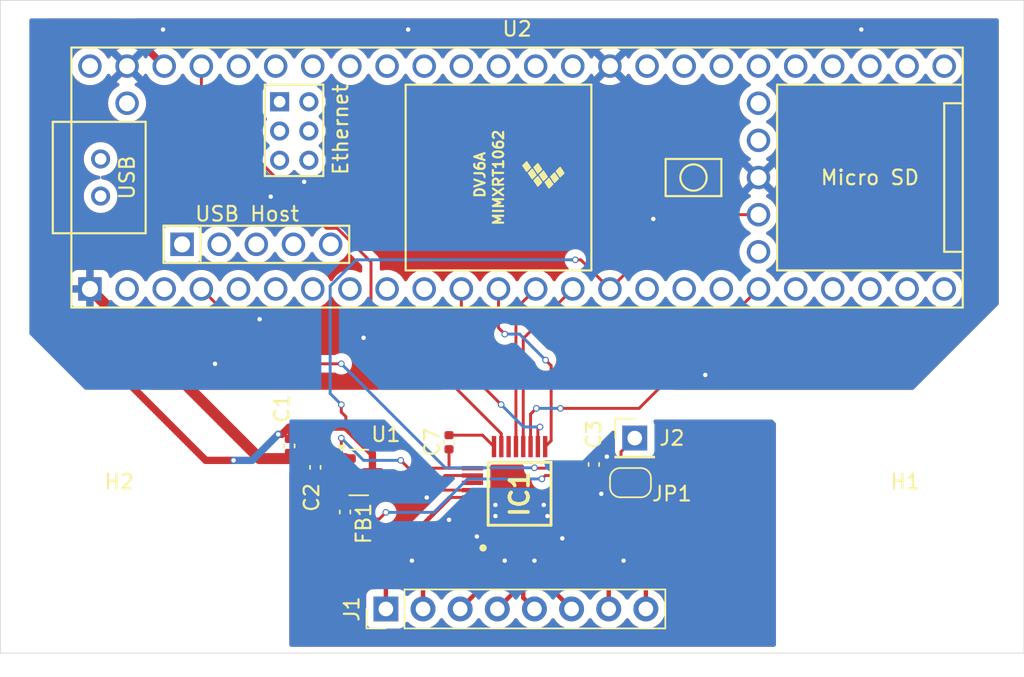
<source format=kicad_pcb>
(kicad_pcb (version 20240108) (generator "pcbnew") (generator_version "8.0")
  (layers (0 "F.Cu" signal) (31 "B.Cu" signal) (34 "B.Paste" user) (35 "F.Paste" user) (36 "B.SilkS" user "B.Silkscreen") (37 "F.SilkS" user "F.Silkscreen") (38 "B.Mask" user) (39 "F.Mask" user) (44 "Edge.Cuts" user))
  (net 0 "")
  (net 1 "+3.3V")
  (net 2 "GND")
  (net 3 "DVDD")
  (net 4 "AVDD")
  (net 5 "Net-(IC1-CAP)")
  (net 6 "Ch2")
  (net 7 "Ch7")
  (net 8 "Ch5")
  (net 9 "Ch3")
  (net 10 "Ch0")
  (net 11 "Ch6")
  (net 12 "Ch1")
  (net 13 "Ch4")
  (net 14 "ChRef")
  (net 15 "AGND")
  (net 16 "CS")
  (net 25 "SYNC")
  (net 29 "CLKIN")
  (net 33 "DRDY")
  (net 37 "SCLK")
  (net 53 "DIN")
  (net 62 "DOUT")
  (footprint "Capacitor_SMD:C_0402_1005Metric" (layer "F.Cu") (at 75.692 62.004 90)
    (property "Reference" "C3" (at 2.06 0 90) (layer "F.SilkS"))
    (property "Value" "10uF")
    (fp_line (start -0.107836 -0.36) (end 0.107836 -0.36) (stroke (width 0.12)) (layer "F.SilkS"))
    (fp_line (start -0.107836 0.36) (end 0.107836 0.36) (stroke (width 0.12)) (layer "F.SilkS"))
    (pad "1" smd roundrect (at -0.48 0 90) (size 0.56 0.62) (layers "F.Cu" "F.Paste" "F.Mask") (net 4 "AVDD"))
    (pad "2" smd roundrect (at 0.48 0 90) (size 0.56 0.62) (layers "F.Cu" "F.Paste" "F.Mask") (net 15 "AGND"))
  )
  (footprint "Capacitor_SMD:C_0402_1005Metric" (layer "F.Cu") (at 54.864 60.734 -90)
    (property "Reference" "C1" (at -2.568 0.508 90) (layer "F.SilkS"))
    (property "Value" "1uF")
    (fp_line (start -0.107836 0.36) (end 0.107836 0.36) (stroke (width 0.12)) (layer "F.SilkS"))
    (fp_line (start -0.107836 -0.36) (end 0.107836 -0.36) (stroke (width 0.12)) (layer "F.SilkS"))
    (pad "1" smd roundrect (at -0.48 0 270) (size 0.56 0.62) (layers "F.Cu" "F.Paste" "F.Mask") (net 1 "+3.3V"))
    (pad "2" smd roundrect (at 0.48 0 270) (size 0.56 0.62) (layers "F.Cu" "F.Paste" "F.Mask") (net 2 "GND"))
  )
  (footprint "Package_TO_SOT_SMD:SOT-23" (layer "F.Cu") (at 59.6115 62.55)
    (property "Reference" "U1" (at 1.8565 -2.606 0) (layer "F.SilkS"))
    (property "Value" "MCP1700x-330xxTT")
    (fp_line (start 0 -1.56) (end -0.65 -1.56) (stroke (width 0.12)) (layer "F.SilkS"))
    (fp_line (start 0 -1.56) (end 0.65 -1.56) (stroke (width 0.12)) (layer "F.SilkS"))
    (fp_line (start 0 1.56) (end -0.65 1.56) (stroke (width 0.12)) (layer "F.SilkS"))
    (fp_line (start 0 1.56) (end 0.65 1.56) (stroke (width 0.12)) (layer "F.SilkS"))
    (fp_poly (pts (xy -1.1625 -1.51) (xy -1.4025 -1.84) (xy -0.9225 -1.84) (xy -1.1625 -1.51)) (stroke (width 0.12)) (fill solid) (layer "F.SilkS"))
    (pad "1" smd roundrect (at -0.9375 -0.95) (size 1.475 0.6) (layers "F.Cu" "F.Paste" "F.Mask") (net 2 "GND"))
    (pad "2" smd roundrect (at -0.9375 0.95) (size 1.475 0.6) (layers "F.Cu" "F.Paste" "F.Mask") (net 3 "DVDD"))
    (pad "3" smd roundrect (at 0.9375 0) (size 1.475 0.6) (layers "F.Cu" "F.Paste" "F.Mask") (net 1 "+3.3V"))
  )
  (footprint "Capacitor_SMD:C_0402_1005Metric" (layer "F.Cu") (at 56.642 62.202 90)
    (property "Reference" "C2" (at -2.06 -0.254 90) (layer "F.SilkS"))
    (property "Value" "1uF")
    (fp_line (start -0.107836 -0.36) (end 0.107836 -0.36) (stroke (width 0.12)) (layer "F.SilkS"))
    (fp_line (start -0.107836 0.36) (end 0.107836 0.36) (stroke (width 0.12)) (layer "F.SilkS"))
    (pad "1" smd roundrect (at -0.48 0 90) (size 0.56 0.62) (layers "F.Cu" "F.Paste" "F.Mask") (net 3 "DVDD"))
    (pad "2" smd roundrect (at 0.48 0 90) (size 0.56 0.62) (layers "F.Cu" "F.Paste" "F.Mask") (net 2 "GND"))
  )
  (footprint "Connector_PinHeader_2.54mm:PinHeader_1x08_P2.54mm_Vertical" (layer "F.Cu") (at 61.468 71.882 90)
    (property "Reference" "J1" (at 0 -2.33 90) (layer "F.SilkS"))
    (property "Value" "Conn_01x08")
    (fp_line (start -1.33 -1.33) (end 0 -1.33) (stroke (width 0.12)) (layer "F.SilkS"))
    (fp_line (start -1.33 0) (end -1.33 -1.33) (stroke (width 0.12)) (layer "F.SilkS"))
    (fp_line (start 1.33 1.27) (end 1.33 19.11) (stroke (width 0.12)) (layer "F.SilkS"))
    (fp_line (start -1.33 1.27) (end 1.33 1.27) (stroke (width 0.12)) (layer "F.SilkS"))
    (fp_line (start -1.33 1.27) (end -1.33 19.11) (stroke (width 0.12)) (layer "F.SilkS"))
    (fp_line (start -1.33 19.11) (end 1.33 19.11) (stroke (width 0.12)) (layer "F.SilkS"))
    (pad "1" thru_hole rect (at 0 0 90) (size 1.7 1.7) (drill 1) (layers "*.Cu" "*.Mask") (net 10 "Ch0"))
    (pad "2" thru_hole oval (at 0 2.54 90) (size 1.7 1.7) (drill 1) (layers "*.Cu" "*.Mask") (net 12 "Ch1"))
    (pad "3" thru_hole oval (at 0 5.08 90) (size 1.7 1.7) (drill 1) (layers "*.Cu" "*.Mask") (net 6 "Ch2"))
    (pad "4" thru_hole oval (at 0 7.62 90) (size 1.7 1.7) (drill 1) (layers "*.Cu" "*.Mask") (net 9 "Ch3"))
    (pad "5" thru_hole oval (at 0 10.16 90) (size 1.7 1.7) (drill 1) (layers "*.Cu" "*.Mask") (net 13 "Ch4"))
    (pad "6" thru_hole oval (at 0 12.7 90) (size 1.7 1.7) (drill 1) (layers "*.Cu" "*.Mask") (net 8 "Ch5"))
    (pad "7" thru_hole oval (at 0 15.24 90) (size 1.7 1.7) (drill 1) (layers "*.Cu" "*.Mask") (net 11 "Ch6"))
    (pad "8" thru_hole oval (at 0 17.78 90) (size 1.7 1.7) (drill 1) (layers "*.Cu" "*.Mask") (net 7 "Ch7"))
  )
  (footprint "KiCad:QFP50P700X700X120-32N" (layer "F.Cu") (at 70.612 64.008 90)
    (property "Reference" "IC1" (at 0 0 90) (layer "F.SilkS") (effects (font (size 1.27 1.27) (thickness 0.254))))
    (property "Value" "ADS131M08QPBSRQ1" (hide yes))
    (fp_line (start 2.15 -2.15) (end 2.15 2.15) (stroke (width 0.2)) (layer "F.SilkS"))
    (fp_line (start -2.15 -2.15) (end 2.15 -2.15) (stroke (width 0.2)) (layer "F.SilkS"))
    (fp_line (start 2.15 2.15) (end -2.15 2.15) (stroke (width 0.2)) (layer "F.SilkS"))
    (fp_line (start -2.15 2.15) (end -2.15 -2.15) (stroke (width 0.2)) (layer "F.SilkS"))
    (fp_circle (center -3.7 -2.5) (end -3.7 -2.375) (stroke (width 0.25)) (fill none) (layer "F.SilkS"))
    (pad "1" smd rect (at -3.225 -1.75 180) (size 0.3 1.45) (layers "F.Cu" "F.Paste" "F.Mask") (net 6 "Ch2"))
    (pad "2" smd rect (at -3.225 -1.25 180) (size 0.3 1.45) (layers "F.Cu" "F.Paste" "F.Mask") (net 15 "AGND"))
    (pad "3" smd rect (at -3.225 -0.75 180) (size 0.3 1.45) (layers "F.Cu" "F.Paste" "F.Mask") (net 15 "AGND"))
    (pad "4" smd rect (at -3.225 -0.25 180) (size 0.3 1.45) (layers "F.Cu" "F.Paste" "F.Mask") (net 9 "Ch3"))
    (pad "5" smd rect (at -3.225 0.25 180) (size 0.3 1.45) (layers "F.Cu" "F.Paste" "F.Mask") (net 13 "Ch4"))
    (pad "6" smd rect (at -3.225 0.75 180) (size 0.3 1.45) (layers "F.Cu" "F.Paste" "F.Mask") (net 15 "AGND"))
    (pad "7" smd rect (at -3.225 1.25 180) (size 0.3 1.45) (layers "F.Cu" "F.Paste" "F.Mask") (net 15 "AGND"))
    (pad "8" smd rect (at -3.225 1.75 180) (size 0.3 1.45) (layers "F.Cu" "F.Paste" "F.Mask") (net 8 "Ch5"))
    (pad "9" smd rect (at -1.75 3.225 90) (size 0.3 1.45) (layers "F.Cu" "F.Paste" "F.Mask") (net 11 "Ch6"))
    (pad "10" smd rect (at -1.25 3.225 90) (size 0.3 1.45) (layers "F.Cu" "F.Paste" "F.Mask") (net 15 "AGND"))
    (pad "11" smd rect (at -0.75 3.225 90) (size 0.3 1.45) (layers "F.Cu" "F.Paste" "F.Mask") (net 15 "AGND"))
    (pad "12" smd rect (at -0.25 3.225 90) (size 0.3 1.45) (layers "F.Cu" "F.Paste" "F.Mask") (net 7 "Ch7"))
    (pad "13" smd rect (at 0.25 3.225 90) (size 0.3 1.45) (layers "F.Cu" "F.Paste" "F.Mask") (net 15 "AGND"))
    (pad "14" smd rect (at 0.75 3.225 90) (size 0.3 1.45) (layers "F.Cu" "F.Paste" "F.Mask") (net 14 "ChRef"))
    (pad "15" smd rect (at 1.25 3.225 90) (size 0.3 1.45) (layers "F.Cu" "F.Paste" "F.Mask") (net 4 "AVDD"))
    (pad "16" smd rect (at 1.75 3.225 90) (size 0.3 1.45) (layers "F.Cu" "F.Paste" "F.Mask") (net 25 "SYNC"))
    (pad "17" smd rect (at 3.225 1.75 180) (size 0.3 1.45) (layers "F.Cu" "F.Paste" "F.Mask") (net 16 "CS"))
    (pad "18" smd rect (at 3.225 1.25 180) (size 0.3 1.45) (layers "F.Cu" "F.Paste" "F.Mask") (net 33 "DRDY"))
    (pad "19" smd rect (at 3.225 0.75 180) (size 0.3 1.45) (layers "F.Cu" "F.Paste" "F.Mask") (net 37 "SCLK"))
    (pad "20" smd rect (at 3.225 0.25 180) (size 0.3 1.45) (layers "F.Cu" "F.Paste" "F.Mask") (net 62 "DOUT"))
    (pad "21" smd rect (at 3.225 -0.25 180) (size 0.3 1.45) (layers "F.Cu" "F.Paste" "F.Mask") (net 53 "DIN"))
    (pad "22" smd rect (at 3.225 -0.75 180) (size 0.3 1.45) (layers "F.Cu" "F.Paste" "F.Mask"))
    (pad "23" smd rect (at 3.225 -1.25 180) (size 0.3 1.45) (layers "F.Cu" "F.Paste" "F.Mask") (net 29 "CLKIN"))
    (pad "24" smd rect (at 3.225 -1.75 180) (size 0.3 1.45) (layers "F.Cu" "F.Paste" "F.Mask") (net 5 "Net-(IC1-CAP)"))
    (pad "25" smd rect (at 1.75 -3.225 90) (size 0.3 1.45) (layers "F.Cu" "F.Paste" "F.Mask") (net 2 "GND"))
    (pad "26" smd rect (at 1.25 -3.225 90) (size 0.3 1.45) (layers "F.Cu" "F.Paste" "F.Mask") (net 3 "DVDD"))
    (pad "27" smd rect (at 0.75 -3.225 90) (size 0.3 1.45) (layers "F.Cu" "F.Paste" "F.Mask"))
    (pad "28" smd rect (at 0.25 -3.225 90) (size 0.3 1.45) (layers "F.Cu" "F.Paste" "F.Mask") (net 15 "AGND"))
    (pad "29" smd rect (at -0.25 -3.225 90) (size 0.3 1.45) (layers "F.Cu" "F.Paste" "F.Mask") (net 10 "Ch0"))
    (pad "30" smd rect (at -0.75 -3.225 90) (size 0.3 1.45) (layers "F.Cu" "F.Paste" "F.Mask") (net 15 "AGND"))
    (pad "31" smd rect (at -1.25 -3.225 90) (size 0.3 1.45) (layers "F.Cu" "F.Paste" "F.Mask") (net 15 "AGND"))
    (pad "32" smd rect (at -1.75 -3.225 90) (size 0.3 1.45) (layers "F.Cu" "F.Paste" "F.Mask") (net 12 "Ch1"))
  )
  (footprint "Capacitor_SMD:C_0402_1005Metric" (layer "F.Cu") (at 58.674 65.25 -90)
    (property "Reference" "FB1" (at 0.79 -1.27 90) (layer "F.SilkS"))
    (property "Value" "FerriteBead")
    (fp_line (start -0.107836 0.36) (end 0.107836 0.36) (stroke (width 0.12)) (layer "F.SilkS"))
    (fp_line (start -0.107836 -0.36) (end 0.107836 -0.36) (stroke (width 0.12)) (layer "F.SilkS"))
    (pad "1" smd roundrect (at -0.48 0 270) (size 0.56 0.62) (layers "F.Cu" "F.Paste" "F.Mask") (net 3 "DVDD"))
    (pad "2" smd roundrect (at 0.48 0 270) (size 0.56 0.62) (layers "F.Cu" "F.Paste" "F.Mask") (net 4 "AVDD"))
  )
  (footprint "MountingHole:MountingHole_2.7mm_M2.5" (layer "F.Cu") (at 43.227 66.882)
    (property "Reference" "H2" (at 0 -3.7 0) (layer "F.SilkS"))
    (property "Value" "MountingHole")
    (pad "" np_thru_hole circle (at 0 0) (size 2.7 2.7) (drill 2.7) (layers "*.Cu" "*.Mask"))
  )
  (footprint "Jumper:SolderJumper-2_P1.3mm_Open_RoundedPad1.0x1.5mm" (layer "F.Cu") (at 78.195 63.246)
    (property "Reference" "JP1" (at 2.831 0.762 0) (layer "F.SilkS"))
    (property "Value" "SolderJumper_2_Open")
    (fp_line (start -1.4 0.3) (end -1.4 -0.3) (stroke (width 0.12)) (layer "F.SilkS"))
    (fp_line (start -0.7 -1) (end 0.7 -1) (stroke (width 0.12)) (layer "F.SilkS"))
    (fp_line (start 0.7 1) (end -0.7 1) (stroke (width 0.12)) (layer "F.SilkS"))
    (fp_line (start 1.4 -0.3) (end 1.4 0.3) (stroke (width 0.12)) (layer "F.SilkS"))
    (fp_arc (start -1.4 -0.3) (mid -1.194975 -0.794975) (end -0.7 -1) (stroke (width 0.12)) (layer "F.SilkS"))
    (fp_arc (start -0.7 1) (mid -1.194975 0.794975) (end -1.4 0.3) (stroke (width 0.12)) (layer "F.SilkS"))
    (fp_arc (start 0.7 -1) (mid 1.194975 -0.794975) (end 1.4 -0.3) (stroke (width 0.12)) (layer "F.SilkS"))
    (fp_arc (start 1.4 0.3) (mid 1.194975 0.794975) (end 0.7 1) (stroke (width 0.12)) (layer "F.SilkS"))
    (pad "1" smd custom (at -0.65 0) (size 1 0.5) (layers "F.Cu" "F.Mask") (net 14 "ChRef") (options (clearance outline) (anchor rect)) (primitives (gr_circle (center 0 0.25) (end 0.5 0.25) (width 0) (fill yes)) (gr_circle (center 0 -0.25) (end 0.5 -0.25) (width 0) (fill yes)) (gr_poly (pts (xy 0.5 0.75) (xy 0 0.75) (xy 0 -0.75) (xy 0.5 -0.75)) (width 0) (fill yes))))
    (pad "2" smd custom (at 0.65 0) (size 1 0.5) (layers "F.Cu" "F.Mask") (net 15 "AGND") (options (clearance outline) (anchor rect)) (primitives (gr_circle (center 0 0.25) (end 0.5 0.25) (width 0) (fill yes)) (gr_circle (center 0 -0.25) (end 0.5 -0.25) (width 0) (fill yes)) (gr_poly (pts (xy 0 0.75) (xy -0.5 0.75) (xy -0.5 -0.75) (xy 0 -0.75)) (width 0) (fill yes))))
  )
  (footprint "Connector_PinHeader_2.54mm:PinHeader_1x01_P2.54mm_Vertical" (layer "F.Cu") (at 78.486 60.198)
    (property "Reference" "J2" (at 2.54 0 0) (layer "F.SilkS"))
    (property "Value" "Conn_01x01")
    (fp_line (start -1.33 -1.33) (end 0 -1.33) (stroke (width 0.12)) (layer "F.SilkS"))
    (fp_line (start -1.33 0) (end -1.33 -1.33) (stroke (width 0.12)) (layer "F.SilkS"))
    (fp_line (start -1.33 1.27) (end -1.33 1.33) (stroke (width 0.12)) (layer "F.SilkS"))
    (fp_line (start -1.33 1.27) (end 1.33 1.27) (stroke (width 0.12)) (layer "F.SilkS"))
    (fp_line (start -1.33 1.33) (end 1.33 1.33) (stroke (width 0.12)) (layer "F.SilkS"))
    (fp_line (start 1.33 1.27) (end 1.33 1.33) (stroke (width 0.12)) (layer "F.SilkS"))
    (pad "1" thru_hole rect (at 0 0) (size 1.7 1.7) (drill 1) (layers "*.Cu" "*.Mask") (net 14 "ChRef"))
  )
  (footprint "Capacitor_SMD:C_0402_1005Metric" (layer "F.Cu") (at 65.786 60.48 90)
    (property "Reference" "C7" (at 0 -1.16 90) (layer "F.SilkS"))
    (property "Value" "220nF")
    (fp_line (start -0.107836 -0.36) (end 0.107836 -0.36) (stroke (width 0.12)) (layer "F.SilkS"))
    (fp_line (start -0.107836 0.36) (end 0.107836 0.36) (stroke (width 0.12)) (layer "F.SilkS"))
    (pad "1" smd roundrect (at -0.48 0 90) (size 0.56 0.62) (layers "F.Cu" "F.Paste" "F.Mask") (net 2 "GND"))
    (pad "2" smd roundrect (at 0.48 0 90) (size 0.56 0.62) (layers "F.Cu" "F.Paste" "F.Mask") (net 5 "Net-(IC1-CAP)"))
  )
  (footprint "MountingHole:MountingHole_2.7mm_M2.5" (layer "F.Cu") (at 96.981 66.882)
    (property "Reference" "H1" (at 0 -3.7 0) (layer "F.SilkS"))
    (property "Value" "MountingHole")
    (pad "" np_thru_hole circle (at 0 0) (size 2.7 2.7) (drill 2.7) (layers "*.Cu" "*.Mask"))
  )
  (footprint "teensy:Teensy41" (layer "F.Cu") (at 70.44 42.38)
    (property "Reference" "U2" (at 0 -10.16 0) (layer "F.SilkS"))
    (property "Value" "Teensy4.1")
    (fp_line (start -31.75 -3.81) (end -30.48 -3.81) (stroke (width 0.15)) (layer "F.SilkS"))
    (fp_line (start -31.75 3.81) (end -31.75 -3.81) (stroke (width 0.15)) (layer "F.SilkS"))
    (fp_line (start -30.48 -8.89) (end 30.48 -8.89) (stroke (width 0.15)) (layer "F.SilkS"))
    (fp_line (start -30.48 3.81) (end -31.75 3.81) (stroke (width 0.15)) (layer "F.SilkS"))
    (fp_line (start -30.48 8.89) (end -30.48 -8.89) (stroke (width 0.15)) (layer "F.SilkS"))
    (fp_line (start -25.4 -3.81) (end -30.48 -3.81) (stroke (width 0.15)) (layer "F.SilkS"))
    (fp_line (start -25.4 3.81) (end -30.48 3.81) (stroke (width 0.15)) (layer "F.SilkS"))
    (fp_line (start -25.4 3.81) (end -25.4 -3.81) (stroke (width 0.15)) (layer "F.SilkS"))
    (fp_line (start -24.1808 3.2992) (end -21.6408 3.2992) (stroke (width 0.15)) (layer "F.SilkS"))
    (fp_line (start -24.1808 3.2992) (end -11.4808 3.2992) (stroke (width 0.15)) (layer "F.SilkS"))
    (fp_line (start -24.1808 5.8392) (end -24.1808 3.2992) (stroke (width 0.15)) (layer "F.SilkS"))
    (fp_line (start -21.6408 3.2992) (end -21.6408 5.8392) (stroke (width 0.15)) (layer "F.SilkS"))
    (fp_line (start -17.25 -6.3516) (end -17.25 -6.1016) (stroke (width 0.15)) (layer "F.SilkS"))
    (fp_line (start -17.25 -6.1016) (end -17.25 -0.1016) (stroke (width 0.15)) (layer "F.SilkS"))
    (fp_line (start -17.25 -0.1016) (end -13.25 -0.1016) (stroke (width 0.15)) (layer "F.SilkS"))
    (fp_line (start -13.25 -6.3516) (end -17.25 -6.3516) (stroke (width 0.15)) (layer "F.SilkS"))
    (fp_line (start -13.25 -0.1016) (end -13.25 -6.3516) (stroke (width 0.15)) (layer "F.SilkS"))
    (fp_line (start -11.4808 3.2992) (end -11.4808 5.8392) (stroke (width 0.15)) (layer "F.SilkS"))
    (fp_line (start -11.4808 5.8392) (end -24.1808 5.8392) (stroke (width 0.15)) (layer "F.SilkS"))
    (fp_line (start -7.62 -6.35) (end -7.62 6.35) (stroke (width 0.15)) (layer "F.SilkS"))
    (fp_line (start -7.62 6.35) (end 5.08 6.35) (stroke (width 0.15)) (layer "F.SilkS"))
    (fp_line (start 5.08 -6.35) (end -7.62 -6.35) (stroke (width 0.15)) (layer "F.SilkS"))
    (fp_line (start 5.08 6.35) (end 5.08 -6.35) (stroke (width 0.15)) (layer "F.SilkS"))
    (fp_line (start 10.16 -1.27) (end 13.97 -1.27) (stroke (width 0.15)) (layer "F.SilkS"))
    (fp_line (start 10.16 1.27) (end 10.16 -1.27) (stroke (width 0.15)) (layer "F.SilkS"))
    (fp_line (start 13.97 -1.27) (end 13.97 1.27) (stroke (width 0.15)) (layer "F.SilkS"))
    (fp_line (start 13.97 1.27) (end 10.16 1.27) (stroke (width 0.15)) (layer "F.SilkS"))
    (fp_line (start 17.78 -6.35) (end 17.78 6.35) (stroke (width 0.15)) (layer "F.SilkS"))
    (fp_line (start 17.78 6.35) (end 30.48 6.35) (stroke (width 0.15)) (layer "F.SilkS"))
    (fp_line (start 29.21 -5.08) (end 29.21 5.08) (stroke (width 0.15)) (layer "F.SilkS"))
    (fp_line (start 29.21 5.08) (end 30.48 5.08) (stroke (width 0.15)) (layer "F.SilkS"))
    (fp_line (start 30.48 -8.89) (end 30.48 8.89) (stroke (width 0.15)) (layer "F.SilkS"))
    (fp_line (start 30.48 -6.35) (end 17.78 -6.35) (stroke (width 0.15)) (layer "F.SilkS"))
    (fp_line (start 30.48 -5.08) (end 29.21 -5.08) (stroke (width 0.15)) (layer "F.SilkS"))
    (fp_line (start 30.48 8.89) (end -30.48 8.89) (stroke (width 0.15)) (layer "F.SilkS"))
    (fp_circle (center 12.065 0) (end 12.7 -0.635) (stroke (width 0.15)) (fill none) (layer "F.SilkS"))
    (fp_poly (pts (xy 0.911 -0.688) (xy 0.657 -0.434) (xy 0.403 -0.815) (xy 0.657 -1.069)) (stroke (width 0.1)) (fill solid) (layer "F.SilkS"))
    (fp_poly (pts (xy 1.292 -0.18) (xy 1.038 0.074) (xy 0.784 -0.307) (xy 1.038 -0.561)) (stroke (width 0.1)) (fill solid) (layer "F.SilkS"))
    (fp_poly (pts (xy 1.673 -0.561) (xy 1.419 -0.307) (xy 1.165 -0.688) (xy 1.419 -0.942)) (stroke (width 0.1)) (fill solid) (layer "F.SilkS"))
    (fp_poly (pts (xy 1.673 0.328) (xy 1.419 0.582) (xy 1.165 0.201) (xy 1.419 -0.053)) (stroke (width 0.1)) (fill solid) (layer "F.SilkS"))
    (fp_poly (pts (xy 2.054 -0.053) (xy 1.8 0.201) (xy 1.546 -0.18) (xy 1.8 -0.434)) (stroke (width 0.1)) (fill solid) (layer "F.SilkS"))
    (fp_poly (pts (xy 2.435 0.455) (xy 2.181 0.709) (xy 1.927 0.328) (xy 2.181 0.074)) (stroke (width 0.1)) (fill solid) (layer "F.SilkS"))
    (fp_poly (pts (xy 2.816 0.074) (xy 2.562 0.328) (xy 2.308 -0.053) (xy 2.562 -0.307)) (stroke (width 0.1)) (fill solid) (layer "F.SilkS"))
    (fp_poly (pts (xy 3.197 -0.307) (xy 2.943 -0.053) (xy 2.689 -0.434) (xy 2.943 -0.688)) (stroke (width 0.1)) (fill solid) (layer "F.SilkS"))
    (fp_text user "DVJ6A" (at -2.54 -0.18 -90) (layer "F.SilkS") (effects (font (size 0.7 0.7))))
    (fp_text user "Micro SD" (at 24.13 0 0) (layer "F.SilkS"))
    (fp_text user "USB Host" (at -18.4658 2.4892 0) (layer "F.SilkS"))
    (fp_text user "MIMXRT1062" (at -1.27 0 -90) (layer "F.SilkS") (effects (font (size 0.7 0.7))))
    (fp_text user "USB" (at -26.67 0 -90) (layer "F.SilkS"))
    (fp_text user "Ethernet" (at -12.065 -3.2766 90) (layer "F.SilkS"))
    (pad "1" thru_hole rect (at -29.21 7.62) (size 1.6 1.6) (drill 1.1) (layers "*.Cu" "*.Mask") (net 2 "GND"))
    (pad "2" thru_hole circle (at -26.67 7.62) (size 1.6 1.6) (drill 1.1) (layers "*.Cu" "*.Mask"))
    (pad "3" thru_hole circle (at -24.13 7.62) (size 1.6 1.6) (drill 1.1) (layers "*.Cu" "*.Mask"))
    (pad "4" thru_hole circle (at -21.59 7.62) (size 1.6 1.6) (drill 1.1) (layers "*.Cu" "*.Mask") (net 25 "SYNC"))
    (pad "5" thru_hole circle (at -19.05 7.62) (size 1.6 1.6) (drill 1.1) (layers "*.Cu" "*.Mask"))
    (pad "6" thru_hole circle (at -16.51 7.62) (size 1.6 1.6) (drill 1.1) (layers "*.Cu" "*.Mask"))
    (pad "7" thru_hole circle (at -13.97 7.62) (size 1.6 1.6) (drill 1.1) (layers "*.Cu" "*.Mask"))
    (pad "8" thru_hole circle (at -11.43 7.62) (size 1.6 1.6) (drill 1.1) (layers "*.Cu" "*.Mask"))
    (pad "9" thru_hole circle (at -8.89 7.62) (size 1.6 1.6) (drill 1.1) (layers "*.Cu" "*.Mask"))
    (pad "10" thru_hole circle (at -6.35 7.62) (size 1.6 1.6) (drill 1.1) (layers "*.Cu" "*.Mask"))
    (pad "11" thru_hole circle (at -3.81 7.62) (size 1.6 1.6) (drill 1.1) (layers "*.Cu" "*.Mask") (net 33 "DRDY"))
    (pad "12" thru_hole circle (at -1.27 7.62) (size 1.6 1.6) (drill 1.1) (layers "*.Cu" "*.Mask") (net 16 "CS"))
    (pad "13" thru_hole circle (at 1.27 7.62) (size 1.6 1.6) (drill 1.1) (layers "*.Cu" "*.Mask") (net 53 "DIN"))
    (pad "14" thru_hole circle (at 3.81 7.62) (size 1.6 1.6) (drill 1.1) (layers "*.Cu" "*.Mask") (net 62 "DOUT"))
    (pad "15" thru_hole circle (at 6.35 7.62) (size 1.6 1.6) (drill 1.1) (layers "*.Cu" "*.Mask") (net 1 "+3.3V"))
    (pad "16" thru_hole circle (at 8.89 7.62) (size 1.6 1.6) (drill 1.1) (layers "*.Cu" "*.Mask"))
    (pad "17" thru_hole circle (at 11.43 7.62) (size 1.6 1.6) (drill 1.1) (layers "*.Cu" "*.Mask"))
    (pad "18" thru_hole circle (at 13.97 7.62) (size 1.6 1.6) (drill 1.1) (layers "*.Cu" "*.Mask"))
    (pad "19" thru_hole circle (at 16.51 7.62) (size 1.6 1.6) (drill 1.1) (layers "*.Cu" "*.Mask") (net 37 "SCLK"))
    (pad "20" thru_hole circle (at 19.05 7.62) (size 1.6 1.6) (drill 1.1) (layers "*.Cu" "*.Mask"))
    (pad "21" thru_hole circle (at 21.59 7.62) (size 1.6 1.6) (drill 1.1) (layers "*.Cu" "*.Mask"))
    (pad "22" thru_hole circle (at 24.13 7.62) (size 1.6 1.6) (drill 1.1) (layers "*.Cu" "*.Mask"))
    (pad "23" thru_hole circle (at 26.67 7.62) (size 1.6 1.6) (drill 1.1) (layers "*.Cu" "*.Mask"))
    (pad "24" thru_hole circle (at 29.21 7.62) (size 1.6 1.6) (drill 1.1) (layers "*.Cu" "*.Mask"))
    (pad "25" thru_hole circle (at 29.21 -7.62) (size 1.6 1.6) (drill 1.1) (layers "*.Cu" "*.Mask"))
    (pad "26" thru_hole circle (at 26.67 -7.62) (size 1.6 1.6) (drill 1.1) (layers "*.Cu" "*.Mask"))
    (pad "27" thru_hole circle (at 24.13 -7.62) (size 1.6 1.6) (drill 1.1) (layers "*.Cu" "*.Mask"))
    (pad "28" thru_hole circle (at 21.59 -7.62) (size 1.6 1.6) (drill 1.1) (layers "*.Cu" "*.Mask"))
    (pad "29" thru_hole circle (at 19.05 -7.62) (size 1.6 1.6) (drill 1.1) (layers "*.Cu" "*.Mask"))
    (pad "30" thru_hole circle (at 16.51 -7.62) (size 1.6 1.6) (drill 1.1) (layers "*.Cu" "*.Mask"))
    (pad "31" thru_hole circle (at 13.97 -7.62) (size 1.6 1.6) (drill 1.1) (layers "*.Cu" "*.Mask"))
    (pad "32" thru_hole circle (at 11.43 -7.62) (size 1.6 1.6) (drill 1.1) (layers "*.Cu" "*.Mask"))
    (pad "33" thru_hole circle (at 8.89 -7.62) (size 1.6 1.6) (drill 1.1) (layers "*.Cu" "*.Mask"))
    (pad "34" thru_hole circle (at 6.35 -7.62) (size 1.6 1.6) (drill 1.1) (layers "*.Cu" "*.Mask") (net 2 "GND"))
    (pad "35" thru_hole circle (at 3.81 -7.62) (size 1.6 1.6) (drill 1.1) (layers "*.Cu" "*.Mask"))
    (pad "36" thru_hole circle (at 1.27 -7.62) (size 1.6 1.6) (drill 1.1) (layers "*.Cu" "*.Mask"))
    (pad "37" thru_hole circle (at -1.27 -7.62) (size 1.6 1.6) (drill 1.1) (layers "*.Cu" "*.Mask"))
    (pad "38" thru_hole circle (at -3.81 -7.62) (size 1.6 1.6) (drill 1.1) (layers "*.Cu" "*.Mask"))
    (pad "39" thru_hole circle (at -6.35 -7.62) (size 1.6 1.6) (drill 1.1) (layers "*.Cu" "*.Mask"))
    (pad "40" thru_hole circle (at -8.89 -7.62) (size 1.6 1.6) (drill 1.1) (layers "*.Cu" "*.Mask"))
    (pad "41" thru_hole circle (at -11.43 -7.62) (size 1.6 1.6) (drill 1.1) (layers "*.Cu" "*.Mask"))
    (pad "42" thru_hole circle (at -13.97 -7.62) (size 1.6 1.6) (drill 1.1) (layers "*.Cu" "*.Mask"))
    (pad "43" thru_hole circle (at -16.51 -7.62) (size 1.6 1.6) (drill 1.1) (layers "*.Cu" "*.Mask"))
    (pad "44" thru_hole circle (at -19.05 -7.62) (size 1.6 1.6) (drill 1.1) (layers "*.Cu" "*.Mask"))
    (pad "45" thru_hole circle (at -21.59 -7.62) (size 1.6 1.6) (drill 1.1) (layers "*.Cu" "*.Mask") (net 29 "CLKIN"))
    (pad "46" thru_hole circle (at -24.13 -7.62) (size 1.6 1.6) (drill 1.1) (layers "*.Cu" "*.Mask") (net 1 "+3.3V"))
    (pad "47" thru_hole circle (at -26.67 -7.62) (size 1.6 1.6) (drill 1.1) (layers "*.Cu" "*.Mask") (net 2 "GND"))
    (pad "48" thru_hole circle (at -29.21 -7.62) (size 1.6 1.6) (drill 1.1) (layers "*.Cu" "*.Mask"))
    (pad "49" thru_hole circle (at -26.67 -5.08) (size 1.6 1.6) (drill 1.1) (layers "*.Cu" "*.Mask"))
    (pad "50" thru_hole circle (at 16.51 5.08) (size 1.6 1.6) (drill 1.1) (layers "*.Cu" "*.Mask"))
    (pad "51" thru_hole circle (at 16.51 2.54) (size 1.6 1.6) (drill 1.1) (layers "*.Cu" "*.Mask") (net 1 "+3.3V"))
    (pad "52" thru_hole circle (at 16.51 0) (size 1.6 1.6) (drill 1.1) (layers "*.Cu" "*.Mask") (net 2 "GND"))
    (pad "53" thru_hole circle (at 16.51 -2.54) (size 1.6 1.6) (drill 1.1) (layers "*.Cu" "*.Mask"))
    (pad "54" thru_hole circle (at 16.51 -5.08) (size 1.6 1.6) (drill 1.1) (layers "*.Cu" "*.Mask"))
    (pad "55" thru_hole rect (at -22.9108 4.5692) (size 1.6 1.6) (drill 1.1) (layers "*.Cu" "*.Mask"))
    (pad "56" thru_hole circle (at -20.3708 4.5692) (size 1.6 1.6) (drill 1.1) (layers "*.Cu" "*.Mask"))
    (pad "57" thru_hole circle (at -17.8308 4.5692) (size 1.6 1.6) (drill 1.1) (layers "*.Cu" "*.Mask"))
    (pad "58" thru_hole circle (at -15.2908 4.5692) (size 1.6 1.6) (drill 1.1) (layers "*.Cu" "*.Mask"))
    (pad "59" thru_hole circle (at -12.7508 4.5692) (size 1.6 1.6) (drill 1.1) (layers "*.Cu" "*.Mask"))
    (pad "60" thru_hole rect (at -16.24 -5.1816) (size 1.3 1.3) (drill 0.8) (layers "*.Cu" "*.Mask"))
    (pad "61" thru_hole circle (at -16.24 -3.1816) (size 1.3 1.3) (drill 0.8) (layers "*.Cu" "*.Mask"))
    (pad "62" thru_hole circle (at -16.24 -1.1816) (size 1.3 1.3) (drill 0.8) (layers "*.Cu" "*.Mask"))
    (pad "63" thru_hole circle (at -14.24 -1.1816) (size 1.3 1.3) (drill 0.8) (layers "*.Cu" "*.Mask"))
    (pad "64" thru_hole circle (at -14.24 -3.1816) (size 1.3 1.3) (drill 0.8) (layers "*.Cu" "*.Mask"))
    (pad "65" thru_hole circle (at -14.24 -5.1816) (size 1.3 1.3) (drill 0.8) (layers "*.Cu" "*.Mask"))
    (pad "66" thru_hole circle (at -28.48 -1.27) (size 1.3 1.3) (drill 0.8) (layers "*.Cu" "*.Mask"))
    (pad "67" thru_hole circle (at -28.48 1.27) (size 1.3 1.3) (drill 0.8) (layers "*.Cu" "*.Mask"))
  )
  (gr_rect (start 35.104 30.264) (end 105.104 74.908) (stroke (width 0.05)) (fill none) (layer "Edge.Cuts"))
  (segment (start 58.42 57.912) (end 58.42 58.42) (width 0.2) (layer "F.Cu") (net 1))
  (segment (start 60.549 62.55) (end 60.549 62.133) (width 0.2) (layer "F.Cu") (net 1))
  (segment (start 58.42 58.42) (end 58.730661 58.730661) (width 0.2) (layer "F.Cu") (net 1))
  (segment (start 38.354 31.75) (end 38.354 50.927) (width 0.5) (layer "F.Cu") (net 1))
  (segment (start 49.149 61.722) (end 51.054 61.722) (width 0.5) (layer "F.Cu") (net 1))
  (segment (start 54.852 59.448) (end 58.730661 59.448) (width 0.5) (layer "F.Cu") (net 1))
  (segment (start 54.356 59.944) (end 54.852 59.448) (width 0.5) (layer "F.Cu") (net 1))
  (segment (start 58.730661 59.448) (end 60.549 61.266339) (width 0.5) (layer "F.Cu") (net 1))
  (segment (start 54.864 59.46) (end 54.852 59.448) (width 0.2) (layer "F.Cu") (net 1))
  (segment (start 46.31 34.76) (end 43.3 31.75) (width 0.5) (layer "F.Cu") (net 1))
  (segment (start 54.864 60.254) (end 54.864 59.46) (width 0.2) (layer "F.Cu") (net 1))
  (segment (start 54.102 59.944) (end 54.356 59.944) (width 0.5) (layer "F.Cu") (net 1))
  (segment (start 76.79 50) (end 74.796 48.006) (width 0.2) (layer "F.Cu") (net 1))
  (segment (start 60.549 61.266339) (end 60.549 62.55) (width 0.5) (layer "F.Cu") (net 1))
  (segment (start 86.95 44.92) (end 81.87 44.92) (width 0.2) (layer "F.Cu") (net 1))
  (segment (start 43.3 31.75) (end 38.354 31.75) (width 0.5) (layer "F.Cu") (net 1))
  (segment (start 58.730661 58.730661) (end 58.730661 59.448) (width 0.2) (layer "F.Cu") (net 1))
  (segment (start 74.796 48.006) (end 74.422 48.006) (width 0.2) (layer "F.Cu") (net 1))
  (segment (start 38.354 50.927) (end 49.149 61.722) (width 0.5) (layer "F.Cu") (net 1))
  (segment (start 81.87 44.92) (end 76.79 50) (width 0.2) (layer "F.Cu") (net 1))
  (via (at 51.054 61.722) (size 0.45) (drill 0.3) (layers "F.Cu" "B.Cu") (net 1))
  (via (at 74.422 48.006) (size 0.45) (drill 0.3) (layers "F.Cu" "B.Cu") (net 1))
  (via (at 54.102 59.944) (size 0.45) (drill 0.3) (layers "F.Cu" "B.Cu") (net 1))
  (via (at 58.42 57.912) (size 0.45) (drill 0.3) (layers "F.Cu" "B.Cu") (net 1))
  (segment (start 74.422 48.006) (end 59.448365 48.006) (width 0.2) (layer "B.Cu") (net 1))
  (segment (start 57.658 49.796365) (end 57.658 57.15) (width 0.2) (layer "B.Cu") (net 1))
  (segment (start 51.054 61.722) (end 52.324 61.722) (width 0.5) (layer "B.Cu") (net 1))
  (segment (start 59.448365 48.006) (end 57.658 49.796365) (width 0.2) (layer "B.Cu") (net 1))
  (segment (start 52.324 61.722) (end 54.102 59.944) (width 0.5) (layer "B.Cu") (net 1))
  (segment (start 57.658 57.15) (end 58.42 57.912) (width 0.2) (layer "B.Cu") (net 1))
  (segment (start 63.02 62.258) (end 62.484 61.722) (width 0.2) (layer "F.Cu") (net 2))
  (segment (start 50.987 59.757) (end 52.83 61.6) (width 0.75) (layer "F.Cu") (net 2))
  (segment (start 65.786 62.258) (end 65.786 60.96) (width 0.2) (layer "F.Cu") (net 2))
  (segment (start 67.387 62.258) (end 65.786 62.258) (width 0.2) (layer "F.Cu") (net 2))
  (segment (start 58.42 60.198) (end 58.42 61.346) (width 0.2) (layer "F.Cu") (net 2))
  (segment (start 52.83 61.6) (end 58.674 61.6) (width 0.75) (layer "F.Cu") (net 2))
  (segment (start 58.42 61.346) (end 58.674 61.6) (width 0.2) (layer "F.Cu") (net 2))
  (segment (start 41.23 50) (end 50.987 59.757) (width 0.75) (layer "F.Cu") (net 2))
  (segment (start 65.786 62.258) (end 63.02 62.258) (width 0.2) (layer "F.Cu") (net 2))
  (via (at 59.944 53.34) (size 0.45) (drill 0.3) (layers "F.Cu" "B.Cu") (net 2))
  (via (at 79.756 45.212) (size 0.45) (drill 0.3) (layers "F.Cu" "B.Cu") (net 2))
  (via (at 62.992 32.258) (size 0.45) (drill 0.3) (layers "F.Cu" "B.Cu") (net 2))
  (via (at 55.88 42.672) (size 0.45) (drill 0.3) (layers "F.Cu" "B.Cu") (net 2))
  (via (at 46.228 32.258) (size 0.45) (drill 0.3) (layers "F.Cu" "B.Cu") (net 2))
  (via (at 62.484 61.722) (size 0.45) (drill 0.3) (layers "F.Cu" "B.Cu") (net 2))
  (via (at 58.42 60.198) (size 0.45) (drill 0.3) (layers "F.Cu" "B.Cu") (net 2))
  (via (at 53.594 43.688) (size 0.45) (drill 0.3) (layers "F.Cu" "B.Cu") (net 2))
  (via (at 52.832 52.07) (size 0.45) (drill 0.3) (layers "F.Cu" "B.Cu") (net 2))
  (via (at 93.98 32.258) (size 0.45) (drill 0.3) (layers "F.Cu" "B.Cu") (net 2))
  (via (at 49.784 55.118) (size 0.45) (drill 0.3) (layers "F.Cu" "B.Cu") (net 2))
  (via (at 83.312 55.88) (size 0.45) (drill 0.3) (layers "F.Cu" "B.Cu") (net 2))
  (segment (start 62.484 61.722) (end 59.944 61.722) (width 0.2) (layer "B.Cu") (net 2))
  (segment (start 59.944 61.722) (end 58.42 60.198) (width 0.2) (layer "B.Cu") (net 2))
  (segment (start 58.674 63.5) (end 64.77 63.5) (width 0.2) (layer "F.Cu") (net 3))
  (segment (start 57.46 63.5) (end 56.642 62.682) (width 0.2) (layer "F.Cu") (net 3))
  (segment (start 58.674 63.5) (end 57.46 63.5) (width 0.2) (layer "F.Cu") (net 3))
  (segment (start 65.512 62.758) (end 67.387 62.758) (width 0.2) (layer "F.Cu") (net 3))
  (segment (start 58.674 63.5) (end 58.674 64.77) (width 0.2) (layer "F.Cu") (net 3))
  (segment (start 64.77 63.5) (end 65.512 62.758) (width 0.2) (layer "F.Cu") (net 3))
  (segment (start 61.016 65.73) (end 61.468 65.278) (width 0.2) (layer "F.Cu") (net 4))
  (segment (start 58.674 65.73) (end 61.016 65.73) (width 0.2) (layer "F.Cu") (net 4))
  (segment (start 72.37 62.758) (end 73.837 62.758) (width 0.2) (layer "F.Cu") (net 4))
  (segment (start 75.418 62.758) (end 73.837 62.758) (width 0.2) (layer "F.Cu") (net 4))
  (segment (start 75.692 62.484) (end 75.418 62.758) (width 0.2) (layer "F.Cu") (net 4))
  (segment (start 72.136 62.992) (end 72.37 62.758) (width 0.2) (layer "F.Cu") (net 4))
  (via (at 61.468 65.278) (size 0.45) (drill 0.3) (layers "F.Cu" "B.Cu") (net 4))
  (via (at 72.136 62.992) (size 0.45) (drill 0.3) (layers "F.Cu" "B.Cu") (net 4))
  (segment (start 64.77 65.278) (end 67.056 62.992) (width 0.2) (layer "B.Cu") (net 4))
  (segment (start 67.056 62.992) (end 72.136 62.992) (width 0.2) (layer "B.Cu") (net 4))
  (segment (start 61.468 65.278) (end 64.77 65.278) (width 0.2) (layer "B.Cu") (net 4))
  (segment (start 68.079 60) (end 68.862 60.783) (width 0.2) (layer "F.Cu") (net 5))
  (segment (start 65.786 60) (end 68.079 60) (width 0.2) (layer "F.Cu") (net 5))
  (segment (start 68.862 67.233) (end 68.862 69.568) (width 0.3) (layer "F.Cu") (net 6))
  (segment (start 68.862 69.568) (end 66.548 71.882) (width 0.3) (layer "F.Cu") (net 6))
  (segment (start 75.379107 64.258) (end 79.248 68.126893) (width 0.3) (layer "F.Cu") (net 7))
  (segment (start 79.248 68.126893) (end 79.248 71.882) (width 0.3) (layer "F.Cu") (net 7))
  (segment (start 73.837 64.258) (end 75.379107 64.258) (width 0.3) (layer "F.Cu") (net 7))
  (segment (start 72.362 67.233) (end 72.362 70.076) (width 0.3) (layer "F.Cu") (net 8))
  (segment (start 72.362 70.076) (end 74.168 71.882) (width 0.3) (layer "F.Cu") (net 8))
  (segment (start 70.362 70.608) (end 69.088 71.882) (width 0.3) (layer "F.Cu") (net 9))
  (segment (start 70.362 67.233) (end 70.362 70.608) (width 0.3) (layer "F.Cu") (net 9))
  (segment (start 61.468 68.634893) (end 61.468 71.882) (width 0.3) (layer "F.Cu") (net 10))
  (segment (start 65.844893 64.258) (end 61.468 68.634893) (width 0.3) (layer "F.Cu") (net 10))
  (segment (start 67.387 64.258) (end 65.844893 64.258) (width 0.2) (layer "F.Cu") (net 10))
  (segment (start 76.708 68.629) (end 76.708 71.882) (width 0.3) (layer "F.Cu") (net 11))
  (segment (start 73.837 65.758) (end 76.708 68.629) (width 0.3) (layer "F.Cu") (net 11))
  (segment (start 67.387 65.758) (end 64.008 69.137) (width 0.3) (layer "F.Cu") (net 12))
  (segment (start 64.008 69.137) (end 64.008 71.882) (width 0.3) (layer "F.Cu") (net 12))
  (segment (start 70.862 71.116) (end 71.628 71.882) (width 0.3) (layer "F.Cu") (net 13))
  (segment (start 70.862 67.233) (end 70.862 71.116) (width 0.3) (layer "F.Cu") (net 13))
  (segment (start 77.299 63.254) (end 73.841 63.254) (width 0.2) (layer "F.Cu") (net 14))
  (segment (start 77.545 63.246) (end 77.545 61.139) (width 0.2) (layer "F.Cu") (net 14))
  (segment (start 73.841 63.254) (end 73.837 63.258) (width 0.2) (layer "F.Cu") (net 14))
  (segment (start 77.545 63.5) (end 77.299 63.254) (width 0.2) (layer "F.Cu") (net 14))
  (segment (start 77.545 61.139) (end 78.486 60.198) (width 0.2) (layer "F.Cu") (net 14))
  (segment (start 71.862 68.346) (end 71.628 68.58) (width 0.2) (layer "F.Cu") (net 15))
  (segment (start 69.862 68.314) (end 69.596 68.58) (width 0.2) (layer "F.Cu") (net 15))
  (segment (start 72.517 65.532) (end 72.791 65.258) (width 0.2) (layer "F.Cu") (net 15))
  (segment (start 68.961 64.77) (end 68.949 64.758) (width 0.2) (layer "F.Cu") (net 15))
  (segment (start 75.95 63.758) (end 73.837 63.758) (width 0.2) (layer "F.Cu") (net 15))
  (segment (start 65.077686 63.758) (end 64.573686 64.262) (width 0.2) (layer "F.Cu") (net 15))
  (segment (start 67.387 63.758) (end 65.077686 63.758) (width 0.2) (layer "F.Cu") (net 15))
  (segment (start 69.862 67.233) (end 69.862 68.314) (width 0.2) (layer "F.Cu") (net 15))
  (segment (start 68.961 65.532) (end 68.687 65.258) (width 0.2) (layer "F.Cu") (net 15))
  (segment (start 71.862 67.233) (end 71.862 68.346) (width 0.2) (layer "F.Cu") (net 15))
  (segment (start 69.362 68.346) (end 69.596 68.58) (width 0.2) (layer "F.Cu") (net 15))
  (segment (start 73.825 64.77) (end 73.837 64.758) (width 0.2) (layer "F.Cu") (net 15))
  (segment (start 69.362 67.233) (end 69.362 68.346) (width 0.2) (layer "F.Cu") (net 15))
  (segment (start 68.687 65.258) (end 67.387 65.258) (width 0.2) (layer "F.Cu") (net 15))
  (segment (start 76.2 64.008) (end 75.95 63.758) (width 0.2) (layer "F.Cu") (net 15))
  (segment (start 72.263 64.77) (end 73.825 64.77) (width 0.2) (layer "F.Cu") (net 15))
  (segment (start 76.525 61.524) (end 76.581 61.468) (width 0.2) (layer "F.Cu") (net 15))
  (segment (start 71.362 67.233) (end 71.362 68.314) (width 0.2) (layer "F.Cu") (net 15))
  (segment (start 72.791 65.258) (end 73.837 65.258) (width 0.2) (layer "F.Cu") (net 15))
  (segment (start 68.949 64.758) (end 67.387 64.758) (width 0.2) (layer "F.Cu") (net 15))
  (segment (start 75.692 61.524) (end 76.525 61.524) (width 0.2) (layer "F.Cu") (net 15))
  (segment (start 71.362 68.314) (end 71.628 68.58) (width 0.2) (layer "F.Cu") (net 15))
  (segment (start 64.573686 64.262) (end 64.262 64.262) (width 0.2) (layer "F.Cu") (net 15))
  (via (at 63.246 68.58) (size 0.45) (drill 0.3) (layers "F.Cu" "B.Cu") (net 15))
  (via (at 71.628 68.58) (size 0.45) (drill 0.3) (layers "F.Cu" "B.Cu") (net 15))
  (via (at 67.691 66.929) (size 0.45) (drill 0.3) (layers "F.Cu" "B.Cu") (net 15))
  (via (at 65.786 65.786) (size 0.45) (drill 0.3) (layers "F.Cu" "B.Cu") (net 15))
  (via (at 76.581 61.468) (size 0.45) (drill 0.3) (layers "F.Cu" "B.Cu") (net 15))
  (via (at 76.2 64.008) (size 0.45) (drill 0.3) (layers "F.Cu" "B.Cu") (net 15))
  (via (at 77.724 68.58) (size 0.45) (drill 0.3) (layers "F.Cu" "B.Cu") (net 15))
  (via (at 68.961 64.77) (size 0.45) (drill 0.3) (layers "F.Cu" "B.Cu") (net 15))
  (via (at 64.262 64.262) (size 0.45) (drill 0.3) (layers "F.Cu" "B.Cu") (net 15))
  (via (at 72.517 65.532) (size 0.45) (drill 0.3) (layers "F.Cu" "B.Cu") (net 15))
  (via (at 73.533 67.056) (size 0.45) (drill 0.3) (layers "F.Cu" "B.Cu") (net 15))
  (via (at 72.263 64.77) (size 0.45) (drill 0.3) (layers "F.Cu" "B.Cu") (net 15))
  (via (at 68.961 65.532) (size 0.45) (drill 0.3) (layers "F.Cu" "B.Cu") (net 15))
  (via (at 69.596 68.58) (size 0.45) (drill 0.3) (layers "F.Cu" "B.Cu") (net 15))
  (segment (start 72.362 60.783) (end 72.771 60.374) (width 0.2) (layer "F.Cu") (net 16))
  (segment (start 72.771 60.374) (end 72.771 55.245) (width 0.2) (layer "F.Cu") (net 16))
  (segment (start 72.771 55.245) (end 72.39 54.864) (width 0.2) (layer "F.Cu") (net 16))
  (segment (start 69.596 53.086) (end 69.17 52.66) (width 0.2) (layer "F.Cu") (net 16))
  (segment (start 69.17 52.66) (end 69.17 50) (width 0.2) (layer "F.Cu") (net 16))
  (via (at 72.39 54.864) (size 0.45) (drill 0.3) (layers "F.Cu" "B.Cu") (net 16))
  (via (at 69.596 53.086) (size 0.45) (drill 0.3) (layers "F.Cu" "B.Cu") (net 16))
  (segment (start 70.612 53.086) (end 72.39 54.864) (width 0.2) (layer "B.Cu") (net 16))
  (segment (start 69.596 53.086) (end 70.612 53.086) (width 0.2) (layer "B.Cu") (net 16))
  (segment (start 53.968 55.118) (end 48.85 50) (width 0.2) (layer "F.Cu") (net 25))
  (segment (start 58.42 55.118) (end 53.968 55.118) (width 0.2) (layer "F.Cu") (net 25))
  (segment (start 71.656 62.258) (end 71.628 62.23) (width 0.2) (layer "F.Cu") (net 25))
  (segment (start 73.837 62.258) (end 71.656 62.258) (width 0.2) (layer "F.Cu") (net 25))
  (via (at 58.42 55.118) (size 0.45) (drill 0.3) (layers "F.Cu" "B.Cu") (net 25))
  (via (at 71.628 62.23) (size 0.45) (drill 0.3) (layers "F.Cu" "B.Cu") (net 25))
  (segment (start 65.532 62.23) (end 58.42 55.118) (width 0.2) (layer "B.Cu") (net 25))
  (segment (start 71.628 62.23) (end 65.532 62.23) (width 0.2) (layer "B.Cu") (net 25))
  (segment (start 57.404 45.8492) (end 58.144835 45.8492) (width 0.2) (layer "F.Cu") (net 29))
  (segment (start 60.45 50.982) (end 69.362 59.894) (width 0.2) (layer "F.Cu") (net 29))
  (segment (start 60.45 48.154365) (end 60.45 50.982) (width 0.2) (layer "F.Cu") (net 29))
  (segment (start 48.85 34.76) (end 48.85 37.2952) (width 0.2) (layer "F.Cu") (net 29))
  (segment (start 69.362 59.894) (end 69.362 60.783) (width 0.2) (layer "F.Cu") (net 29))
  (segment (start 48.85 37.2952) (end 57.404 45.8492) (width 0.2) (layer "F.Cu") (net 29))
  (segment (start 58.144835 45.8492) (end 60.45 48.154365) (width 0.2) (layer "F.Cu") (net 29))
  (segment (start 72.009 59.436) (end 71.862 59.583) (width 0.2) (layer "F.Cu") (net 33))
  (segment (start 71.862 59.583) (end 71.862 60.783) (width 0.2) (layer "F.Cu") (net 33))
  (segment (start 66.63 55.188) (end 66.63 50) (width 0.2) (layer "F.Cu") (net 33))
  (segment (start 69.348 57.906) (end 66.63 55.188) (width 0.2) (layer "F.Cu") (net 33))
  (via (at 72.009 59.436) (size 0.45) (drill 0.3) (layers "F.Cu" "B.Cu") (net 33))
  (via (at 69.348 57.906) (size 0.45) (drill 0.3) (layers "F.Cu" "B.Cu") (net 33))
  (segment (start 72.009 59.436) (end 70.878 59.436) (width 0.2) (layer "B.Cu") (net 33))
  (segment (start 70.878 59.436) (end 69.348 57.906) (width 0.2) (layer "B.Cu") (net 33))
  (segment (start 71.362 58.559) (end 71.362 60.783) (width 0.2) (layer "F.Cu") (net 37))
  (segment (start 71.755 58.166) (end 71.362 58.559) (width 0.2) (layer "F.Cu") (net 37))
  (segment (start 78.784 58.166) (end 73.406 58.166) (width 0.2) (layer "F.Cu") (net 37))
  (segment (start 86.95 50) (end 78.784 58.166) (width 0.2) (layer "F.Cu") (net 37))
  (via (at 71.755 58.166) (size 0.45) (drill 0.3) (layers "F.Cu" "B.Cu") (net 37))
  (via (at 73.406 58.166) (size 0.45) (drill 0.3) (layers "F.Cu" "B.Cu") (net 37))
  (segment (start 71.755 58.166) (end 73.406 58.166) (width 0.2) (layer "B.Cu") (net 37))
  (segment (start 71.71 50) (end 70.362 51.348) (width 0.2) (layer "F.Cu") (net 53))
  (segment (start 70.362 51.348) (end 70.362 60.783) (width 0.2) (layer "F.Cu") (net 53))
  (segment (start 70.862 53.388) (end 74.25 50) (width 0.2) (layer "F.Cu") (net 62))
  (segment (start 70.862 60.783) (end 70.862 53.388) (width 0.2) (layer "F.Cu") (net 62))
  (zone (net 2) (net_name "GND") (layers "F&B.Cu") (priority 1) (connect_pads (clearance 0.5)) (min_thickness 0.25) (fill yes (thermal_gap 0.5) (thermal_bridge_width 0.5))
    (polygon (pts (xy 37.084 31.496) (xy 103.378 31.496) (xy 103.378 51.054) (xy 97.536 56.896) (xy 40.894 56.896) (xy 37.084 53.086)))
  )
  (zone (net 15) (net_name "AGND") (layers "F&B.Cu") (connect_pads (clearance 0.5)) (min_thickness 0.25) (fill yes (thermal_gap 0.5) (thermal_bridge_width 0.5))
    (polygon (pts (xy 54.864 73.66) (xy 54.864 58.928) (xy 65.024 58.928) (xy 67.818 61.722) (xy 74.93 61.722) (xy 77.47 59.182) (xy 77.47 58.928) (xy 87.884 58.928) (xy 88.138 59.182) (xy 88.138 74.466) (xy 54.864 74.466)))
  )
)
</source>
